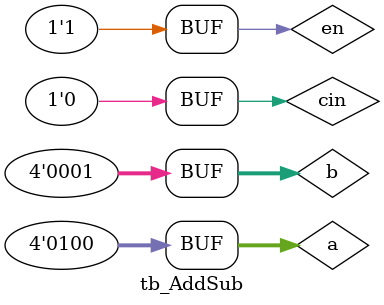
<source format=v>
module tb_AddSub();

reg en;
reg [3:0] a;
reg [3:0] b;
reg cin;
wire [3:0] sum;
wire cout; 
AddSub4 uut2 (a, b, cin, en, sum, cout);
initial begin
    en = 1;
    cin = 0;
    a = 4'b0100;
    b = 4'b0001;
end

endmodule
</source>
